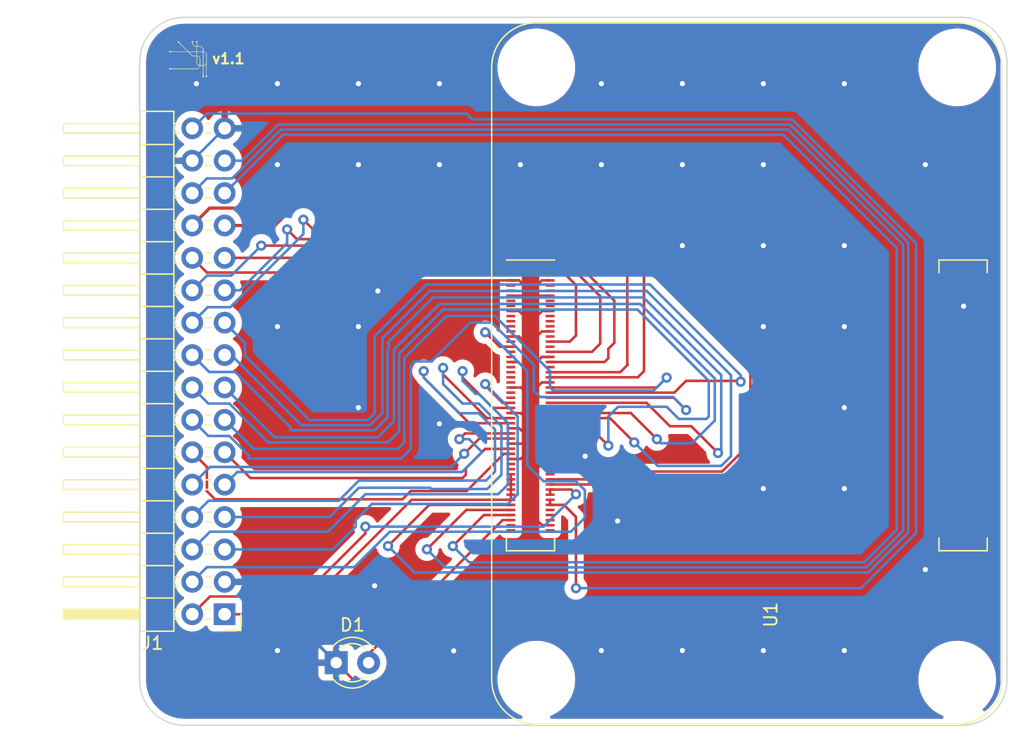
<source format=kicad_pcb>
(kicad_pcb (version 20211014) (generator pcbnew)
  (layers (0 "F.Cu" signal) (31 "B.Cu" signal) (34 "B.Paste" user) (35 "F.Paste" user) (36 "B.SilkS" user "B.Silkscreen") (37 "F.SilkS" user "F.Silkscreen") (38 "B.Mask" user) (39 "F.Mask" user) (44 "Edge.Cuts" user))
  (net 0 "")
  (net 3 "GND")
  (net 76 "Net-(U1-Pad95)")
  (net 78 "GPIO10")
  (net 80 "GPIO27")
  (net 81 "1.8V")
  (net 82 "GPIO4")
  (net 83 "5V")
  (net 84 "3.3V")
  (net 85 "SDA_0")
  (net 86 "SCL_0")
  (net 95 "SD_DAT2")
  (net 97 "SD_DAT1")
  (net 98 "GPIO2")
  (net 99 "SD_CLK")
  (net 100 "GPIO3")
  (net 101 "UART_TX")
  (net 102 "GPIO17")
  (net 103 "UART_RX")
  (net 104 "GPIO22")
  (net 105 "I2S_SCK")
  (net 106 "GPIO9")
  (net 108 "GPIO11")
  (net 110 "GPIO5")
  (net 112 "GPIO6")
  (net 114 "nRPIBOOT")
  (net 118 "BT_nDisable")
  (net 120 "WL_nDisable")
  (net 123 "I2S_SD")
  (net 124 "I2S_WS")
  (net 142 "SD_DAT3")
  (net 143 "SD_DAT0")
  (footprint "CM4:Raspberry-Pi-4-Compute-Module" (layer "F.Cu") (at 151.1 101.425)
    (fp_text reference "U1")
    (fp_text value "Compute_Module_4_Connectors")
  )
  (footprint "trylaarsdam:wcl_logo" (layer "F.Cu") (at 106.57 74.28)
    (fp_text reference "G***" hide)
    (fp_text value "LOGO" hide)
  )
  (footprint "LED_THT:LED_D3.0mm" (layer "F.Cu") (at 118.91 121.6)
    (fp_text reference "D1")
    (fp_text value "LED")
  )
  (footprint "Connector_PinHeader_2.54mm:PinHeader_2x16_P2.54mm_Horizontal" (layer "F.Cu") (at 110.161048 117.8 180)
    (fp_text reference "J1")
    (fp_text value "Conn_02x16_Counter_Clockwise")
  )
  (gr_line (start 168 71) (end 107 71) (layer "Edge.Cuts") (width 0.1))
  (gr_line (start 103.5 74.5) (end 103.5 123) (layer "Edge.Cuts") (width 0.1))
  (gr_line (start 171.5 123) (end 171.5 74.5) (layer "Edge.Cuts") (width 0.1))
  (gr_arc (start 103.5 74.5) (mid 104.525126 72.025126) (end 107 71) (layer "Edge.Cuts") (width 0.1))
  (gr_line (start 107 126.5) (end 168 126.5) (layer "Edge.Cuts") (width 0.1))
  (gr_arc (start 168 71) (mid 170.474874 72.025126) (end 171.5 74.5) (layer "Edge.Cuts") (width 0.1))
  (gr_arc (start 171.5 123) (mid 170.474874 125.474874) (end 168 126.5) (layer "Edge.Cuts") (width 0.1))
  (gr_arc (start 107 126.5) (mid 104.525126 125.474874) (end 103.5 123) (layer "Edge.Cuts") (width 0.1))
  (gr_text "v1.1" (at 110.46 74.25) (layer "F.SilkS") (effects (font (size 0.8 0.8) (thickness 0.175))))
  (segment (start 168.07 100.75) (end 168.07 102.27) (width 0.2) (layer "F.Cu") (net 3))
  (segment (start 134.821 101.625) (end 134.15 102.296) (width 0.2) (layer "F.Cu") (net 3))
  (segment (start 166.52 103.625) (end 167.545 103.625) (width 0.2) (layer "F.Cu") (net 3))
  (segment (start 133.403 100.025) (end 134.15 100.772) (width 0.2) (layer "F.Cu") (net 3))
  (segment (start 135.68 92.825) (end 134.731 92.825) (width 0.2) (layer "F.Cu") (net 3))
  (segment (start 135.68 103.225) (end 135.030978 103.225) (width 0.2) (layer "F.Cu") (net 3))
  (segment (start 168.375 94.025) (end 168.07 94.33) (width 0.2) (layer "F.Cu") (net 3))
  (segment (start 134.15 92.505978) (end 134.15 92.525978) (width 0.2) (layer "F.Cu") (net 3))
  (segment (start 166.52 106.025) (end 167.525 106.025) (width 0.2) (layer "F.Cu") (net 3))
  (segment (start 169.6 100.025) (end 168.795 100.025) (width 0.2) (layer "F.Cu") (net 3))
  (segment (start 169.6 97.625) (end 168.950978 97.625) (width 0.2) (layer "F.Cu") (net 3))
  (segment (start 167.365 107.225) (end 168.07 107.93) (width 0.2) (layer "F.Cu") (net 3))
  (segment (start 167.245 98.825) (end 168.07 99.65) (width 0.2) (layer "F.Cu") (net 3))
  (segment (start 169.6 92.825) (end 168.950978 92.825) (width 0.2) (layer "F.Cu") (net 3))
  (segment (start 168.950978 98.825) (end 168.125978 99.65) (width 0.2) (layer "F.Cu") (net 3))
  (segment (start 166.52 94.025) (end 167.765 94.025) (width 0.2) (layer "F.Cu") (net 3))
  (segment (start 124.206 123.19) (end 120.5 123.19) (width 0.2) (layer "F.Cu") (net 3))
  (segment (start 168.07 102.105978) (end 168.07 102.27) (width 0.2) (layer "F.Cu") (net 3))
  (segment (start 133.269022 103.225) (end 134.15 104.105978) (width 0.2) (layer "F.Cu") (net 3))
  (segment (start 135.055 94.025) (end 134.15 94.93) (width 0.2) (layer "F.Cu") (net 3))
  (segment (start 132.6 94.025) (end 133.245 94.025) (width 0.2) (layer "F.Cu") (net 3))
  (segment (start 168.07 95.61) (end 168.07 95.67) (width 0.2) (layer "F.Cu") (net 3))
  (segment (start 120.5 123.19) (end 118.91 121.6) (width 0.2) (layer "F.Cu") (net 3))
  (segment (start 167.695 104.825) (end 168.07 105.2) (width 0.2) (layer "F.Cu") (net 3))
  (segment (start 135.030978 99.625) (end 134.15 100.505978) (width 0.2) (layer "F.Cu") (net 3))
  (segment (start 134.15 109.916) (end 134.15 110.932) (width 0.2) (layer "F.Cu") (net 3))
  (segment (start 132.6 100.025) (end 133.403 100.025) (width 0.2) (layer "F.Cu") (net 3))
  (segment (start 169.6 103.625) (end 168.595 103.625) (width 0.2) (layer "F.Cu") (net 3))
  (segment (start 168.905 108.425) (end 168.07 109.26) (width 0.2) (layer "F.Cu") (net 3))
  (segment (start 167.575 96.425) (end 168.07 96.92) (width 0.2) (layer "F.Cu") (net 3))
  (segment (start 169.6 102.425) (end 168.565 102.425) (width 0.2) (layer "F.Cu") (net 3))
  (segment (start 133.371 102.025) (end 134.15 102.804) (width 0.2) (layer "F.Cu") (net 3))
  (segment (start 134.15 96.925978) (end 134.15 97.216) (width 0.2) (layer "F.Cu") (net 3))
  (segment (start 166.52 96.425) (end 167.575 96.425) (width 0.2) (layer "F.Cu") (net 3))
  (segment (start 134.15 92.525978) (end 133.249022 91.625) (width 0.2) (layer "F.Cu") (net 3))
  (segment (start 134.15 98.74) (end 134.15 98.994) (width 0.2) (layer "F.Cu") (net 3))
  (segment (start 166.52 104.825) (end 167.695 104.825) (width 0.2) (layer "F.Cu") (net 3))
  (segment (start 168.07 104.15) (end 168.07 105.2) (width 0.2) (layer "F.Cu") (net 3))
  (segment (start 133.896 111.186) (end 133.896 113.5) (width 0.2) (layer "F.Cu") (net 3))
  (segment (start 133.896 113.5) (end 124.206 123.19) (width 0.2) (layer "F.Cu") (net 3))
  (segment (start 133.569 92.825) (end 134.15 93.406) (width 0.2) (layer "F.Cu") (net 3))
  (segment (start 133.245 94.025) (end 134.15 94.93) (width 0.2) (layer "F.Cu") (net 3))
  (segment (start 168.445 104.825) (end 168.07 105.2) (width 0.2) (layer "F.Cu") (net 3))
  (segment (start 169.6 104.825) (end 168.445 104.825) (width 0.2) (layer "F.Cu") (net 3))
  (segment (start 168.07 109.924022) (end 168.970978 110.825) (width 0.2) (layer "F.Cu") (net 3))
  (segment (start 168.07 98.55) (end 168.07 99.65) (width 0.2) (layer "F.Cu") (net 3))
  (segment (start 169.6 94.025) (end 168.375 94.025) (width 0.2) (layer "F.Cu") (net 3))
  (segment (start 134.731 92.825) (end 134.15 93.406) (width 0.2) (layer "F.Cu") (net 3))
  (segment (start 132.6 103.225) (end 133.269022 103.225) (width 0.2) (layer "F.Cu") (net 3))
  (segment (start 168.07 94.33) (end 168.07 95.61) (width 0.2) (layer "F.Cu") (net 3))
  (segment (start 132.6 105.625) (end 133.361 105.625) (width 0.2) (layer "F.Cu") (net 3))
  (segment (start 133.249022 91.625) (end 123.005 91.625) (width 0.2) (layer "F.Cu") (net 3))
  (segment (start 132.6 96.025) (end 133.249022 96.025) (width 0.2) (layer "F.Cu") (net 3))
  (segment (start 168.07 99.65) (end 168.07 100.75) (width 0.2) (layer "F.Cu") (net 3))
  (segment (start 168.615 106.025) (end 168.07 106.57) (width 0.2) (layer "F.Cu") (net 3))
  (segment (start 168.795 100.025) (end 168.07 100.75) (width 0.2) (layer "F.Cu") (net 3))
  (segment (start 166.52 107.225) (end 167.365 107.225) (width 0.2) (layer "F.Cu") (net 3))
  (segment (start 168.07 98.15) (end 168.07 98.55) (width 0.2) (layer "F.Cu") (net 3))
  (segment (start 166.52 97.625) (end 167.545 97.625) (width 0.2) (layer "F.Cu") (net 3))
  (segment (start 134.15 98.994) (end 134.15 100.772) (width 0.2) (layer "F.Cu") (net 3))
  (segment (start 134.15 94.93) (end 134.15 96.454) (width 0.2) (layer "F.Cu") (net 3))
  (segment (start 166.52 95.225) (end 167.685 95.225) (width 0.2) (layer "F.Cu") (net 3))
  (segment (start 135.68 101.625) (end 134.821 101.625) (width 0.2) (layer "F.Cu") (net 3))
  (segment (start 168.07 93.705978) (end 168.07 93.725978) (width 0.2) (layer "F.Cu") (net 3))
  (segment (start 135.68 97.625) (end 135.030978 97.625) (width 0.2) (layer "F.Cu") (net 3))
  (segment (start 133.181 98.025) (end 134.15 98.994) (width 0.2) (layer "F.Cu") (net 3))
  (segment (start 135.68 94.025) (end 135.055 94.025) (width 0.2) (layer "F.Cu") (net 3))
  (segment (start 168.1 93.65) (end 168.07 93.705978) (width 0.2) (layer "F.Cu") (net 3))
  (segment (start 133.896 111.186) (end 134.15 110.932) (width 0.2) (layer "F.Cu") (net 3))
  (segment (start 168.565 96.425) (end 168.07 96.92) (width 0.2) (layer "F.Cu") (net 3))
  (segment (start 167.770978 109.625) (end 168.07 109.924022) (width 0.2) (layer "F.Cu") (net 3))
  (segment (start 135.68 104.425) (end 135.030978 104.425) (width 0.2) (layer "F.Cu") (net 3))
  (segment (start 167.765 94.025) (end 168.07 94.33) (width 0.2) (layer "F.Cu") (net 3))
  (segment (start 168.775 107.225) (end 168.07 107.93) (width 0.2) (layer "F.Cu") (net 3))
  (segment (start 135.030978 106.025) (end 134.15 106.905978) (width 0.2) (layer "F.Cu") (net 3))
  (segment (start 168.595 103.625) (end 168.07 104.15) (width 0.2) (layer "F.Cu") (net 3))
  (segment (start 167.169022 92.825) (end 168.07 93.725978) (width 0.2) (layer "F.Cu") (net 3))
  (segment (start 134.15 100.772) (end 134.15 102.296) (width 0.2) (layer "F.Cu") (net 3))
  (segment (start 134.15 107.122) (end 134.15 109.916) (width 0.2) (layer "F.Cu") (net 3))
  (segment (start 167.685 95.225) (end 168.07 95.61) (width 0.2) (layer "F.Cu") (net 3))
  (segment (start 135.68 91.625) (end 135.030978 91.625) (width 0.2) (layer "F.Cu") (net 3))
  (segment (start 167.169022 110.825) (end 166.52 110.825) (width 0.2) (layer "F.Cu") (net 3))
  (segment (start 168.004022 109.26) (end 168.07 109.26) (width 0.2) (layer "F.Cu") (net 3))
  (segment (start 134.15 92.525978) (end 134.15 93.406) (width 0.2) (layer "F.Cu") (net 3))
  (segment (start 135.68 99.625) (end 135.030978 99.625) (width 0.2) (layer "F.Cu") (net 3))
  (segment (start 169.6 101.225) (end 168.950978 101.225) (width 0.2) (layer "F.Cu") (net 3))
  (segment (start 168.07 107.93) (end 168.07 109.26) (width 0.2) (layer "F.Cu") (net 3))
  (segment (start 167.545 97.625) (end 168.07 98.15) (width 0.2) (layer "F.Cu") (net 3))
  (segment (start 168.07 109.26) (end 168.07 109.924022) (width 0.2) (layer "F.Cu") (net 3))
  (segment (start 134.15 106.905978) (end 134.15 107.122) (width 0.2) (layer "F.Cu") (net 3))
  (segment (start 135.030978 103.225) (end 134.15 104.105978) (width 0.2) (layer "F.Cu") (net 3))
  (segment (start 133.249022 96.025) (end 134.15 96.925978) (width 0.2) (layer "F.Cu") (net 3))
  (segment (start 167.575 102.425) (end 168.07 102.92) (width 0.2) (layer "F.Cu") (net 3))
  (segment (start 135.030978 91.625) (end 134.15 92.505978) (width 0.2) (layer "F.Cu") (net 3))
  (segment (start 168.970978 110.825) (end 169.6 110.825) (width 0.2) (layer "F.Cu") (net 3))
  (segment (start 132.6 98.025) (end 133.181 98.025) (width 0.2) (layer "F.Cu") (net 3))
  (segment (start 169.6 107.225) (end 168.775 107.225) (width 0.2) (layer "F.Cu") (net 3))
  (segment (start 168.07 109.924022) (end 167.169022 110.825) (width 0.2) (layer "F.Cu") (net 3))
  (segment (start 135.030978 95.625) (end 134.201978 96.454) (width 0.2) (layer "F.Cu") (net 3))
  (segment (start 168.515 95.225) (end 168.07 95.67) (width 0.2) (layer "F.Cu") (net 3))
  (segment (start 135.68 106.025) (end 135.030978 106.025) (width 0.2) (layer "F.Cu") (net 3))
  (segment (start 167.545 103.625) (end 168.07 104.15) (width 0.2) (layer "F.Cu") (net 3))
  (segment (start 168.950978 101.225) (end 168.07 102.105978) (width 0.2) (layer "F.Cu") (net 3))
  (segment (start 169.6 96.425) (end 168.565 96.425) (width 0.2) (layer "F.Cu") (net 3))
  (segment (start 168.125978 99.65) (end 168.07 99.65) (width 0.2) (layer "F.Cu") (net 3))
  (segment (start 166.52 92.825) (end 167.169022 92.825) (width 0.2) (layer "F.Cu") (net 3))
  (segment (start 169.6 98.825) (end 168.950978 98.825) (width 0.2) (layer "F.Cu") (net 3))
  (segment (start 169.6 95.225) (end 168.515 95.225) (width 0.2) (layer "F.Cu") (net 3))
  (segment (start 134.15 98.505978) (end 134.15 98.74) (width 0.2) (layer "F.Cu") (net 3))
  (segment (start 134.15 96.454) (end 134.15 97.216) (width 0.2) (layer "F.Cu") (net 3))
  (segment (start 169.6 108.425) (end 168.905 108.425) (width 0.2) (layer "F.Cu") (net 3))
  (segment (start 168.950978 92.825) (end 168.1 93.65) (width 0.2) (layer "F.Cu") (net 3))
  (segment (start 135.030978 104.425) (end 134.15 105.305978) (width 0.2) (layer "F.Cu") (net 3))
  (segment (start 133.361 105.625) (end 134.15 104.836) (width 0.2) (layer "F.Cu") (net 3))
  (segment (start 135.059 110.825) (end 135.68 110.825) (width 0.2) (layer "F.Cu") (net 3))
  (segment (start 133.739 104.425) (end 134.15 104.836) (width 0.2) (layer "F.Cu") (net 3))
  (segment (start 123.005 91.625) (end 122.174 92.456) (width 0.2) (layer "F.Cu") (net 3))
  (segment (start 135.030978 97.625) (end 134.15 98.505978) (width 0.2) (layer "F.Cu") (net 3))
  (segment (start 168.07 105.2) (end 168.07 106.57) (width 0.2) (layer "F.Cu") (net 3))
  (segment (start 169.6 106.025) (end 168.615 106.025) (width 0.2) (layer "F.Cu") (net 3))
  (segment (start 134.15 104.836) (end 134.15 107.122) (width 0.2) (layer "F.Cu") (net 3))
  (segment (start 134.15 102.804) (end 134.15 104.836) (width 0.2) (layer "F.Cu") (net 3))
  (segment (start 166.52 109.625) (end 167.770978 109.625) (width 0.2) (layer "F.Cu") (net 3))
  (segment (start 167.169022 108.425) (end 168.004022 109.26) (width 0.2) (layer "F.Cu") (net 3))
  (segment (start 132.6 102.025) (end 133.371 102.025) (width 0.2) (layer "F.Cu") (net 3))
  (segment (start 168.07 102.27) (end 168.07 102.92) (width 0.2) (layer "F.Cu") (net 3))
  (segment (start 134.15 102.296) (end 134.15 102.804) (width 0.2) (layer "F.Cu") (net 3))
  (segment (start 168.07 98.505978) (end 168.07 98.55) (width 0.2) (layer "F.Cu") (net 3))
  (segment (start 169.6 109.625) (end 168.369022 109.625) (width 0.2) (layer "F.Cu") (net 3))
  (segment (start 168.07 96.92) (end 168.07 98.15) (width 0.2) (layer "F.Cu") (net 3))
  (segment (start 134.201978 96.454) (end 134.15 96.454) (width 0.2) (layer "F.Cu") (net 3))
  (segment (start 132.6 104.425) (end 133.739 104.425) (width 0.2) (layer "F.Cu") (net 3))
  (segment (start 168.369022 109.625) (end 168.07 109.924022) (width 0.2) (layer "F.Cu") (net 3))
  (segment (start 132.6 92.825) (end 133.569 92.825) (width 0.2) (layer "F.Cu") (net 3))
  (segment (start 168.07 93.725978) (end 168.07 94.33) (width 0.2) (layer "F.Cu") (net 3))
  (segment (start 134.15 100.505978) (end 134.15 100.772) (width 0.2) (layer "F.Cu") (net 3))
  (segment (start 166.52 98.825) (end 167.245 98.825) (width 0.2) (layer "F.Cu") (net 3))
  (segment (start 134.15 109.916) (end 135.059 110.825) (width 0.2) (layer "F.Cu") (net 3))
  (segment (start 167.525 106.025) (end 168.07 106.57) (width 0.2) (layer "F.Cu") (net 3))
  (segment (start 168.565 102.425) (end 168.07 102.92) (width 0.2) (layer "F.Cu") (net 3))
  (segment (start 168.07 102.92) (end 168.07 104.15) (width 0.2) (layer "F.Cu") (net 3))
  (segment (start 135.68 95.625) (end 135.030978 95.625) (width 0.2) (layer "F.Cu") (net 3))
  (segment (start 168.07 95.67) (end 168.07 96.92) (width 0.2) (layer "F.Cu") (net 3))
  (segment (start 134.15 93.406) (end 134.15 94.93) (width 0.2) (layer "F.Cu") (net 3))
  (segment (start 134.15 97.216) (end 134.15 98.74) (width 0.2) (layer "F.Cu") (net 3))
  (segment (start 168.07 106.57) (end 168.07 107.93) (width 0.2) (layer "F.Cu") (net 3))
  (segment (start 134.15 104.105978) (end 134.15 104.328) (width 0.2) (layer "F.Cu") (net 3))
  (segment (start 166.52 102.425) (end 167.575 102.425) (width 0.2) (layer "F.Cu") (net 3))
  (segment (start 166.52 108.425) (end 167.169022 108.425) (width 0.2) (layer "F.Cu") (net 3))
  (segment (start 133.249022 91.625) (end 132.6 91.625) (width 0.2) (layer "F.Cu") (net 3))
  (segment (start 168.950978 97.625) (end 168.07 98.505978) (width 0.2) (layer "F.Cu") (net 3))
  (via (at 152.4 107.95) (size 0.8) (drill 0.4) (layers "F.Cu" "B.Cu") (net 3))
  (via (at 127 102.87) (size 0.8) (drill 0.4) (layers "F.Cu" "B.Cu") (net 3))
  (via (at 114.3 95.25) (size 0.8) (drill 0.4) (layers "F.Cu" "B.Cu") (net 3))
  (via (at 114.3 82.55) (size 0.8) (drill 0.4) (layers "F.Cu" "B.Cu") (net 3))
  (via (at 168.1 93.65) (size 0.8) (drill 0.4) (layers "F.Cu" "B.Cu") (net 3))
  (via (at 114.3 76.2) (size 0.8) (drill 0.4) (layers "F.Cu" "B.Cu") (net 3))
  (via (at 120.65 82.55) (size 0.8) (drill 0.4) (layers "F.Cu" "B.Cu") (net 3))
  (via (at 158.75 107.95) (size 0.8) (drill 0.4) (layers "F.Cu" "B.Cu") (net 3))
  (via (at 127 82.55) (size 0.8) (drill 0.4) (layers "F.Cu" "B.Cu") (net 3))
  (via (at 152.4 120.65) (size 0.8) (drill 0.4) (layers "F.Cu" "B.Cu") (net 3))
  (via (at 138.43 105.41) (size 0.8) (drill 0.4) (layers "F.Cu" "B.Cu") (net 3))
  (via (at 120.65 101.6) (size 0.8) (drill 0.4) (layers "F.Cu" "B.Cu") (net 3))
  (via (at 146.05 76.2) (size 0.8) (drill 0.4) (layers "F.Cu" "B.Cu") (net 3))
  (via (at 139.7 76.2) (size 0.8) (drill 0.4) (layers "F.Cu" "B.Cu") (net 3))
  (via (at 152.4 95.25) (size 0.8) (drill 0.4) (layers "F.Cu" "B.Cu") (net 3))
  (via (at 158.75 88.9) (size 0.8) (drill 0.4) (layers "F.Cu" "B.Cu") (net 3))
  (via (at 152.4 76.2) (size 0.8) (drill 0.4) (layers "F.Cu" "B.Cu") (net 3))
  (via (at 165.1 82.55) (size 0.8) (drill 0.4) (layers "F.Cu" "B.Cu") (net 3))
  (via (at 121.92 115.57) (size 0.8) (drill 0.4) (layers "F.Cu" "B.Cu") (net 3))
  (via (at 146.05 120.65) (size 0.8) (drill 0.4) (layers "F.Cu" "B.Cu") (net 3))
  (via (at 165.1 114.3) (size 0.8) (drill 0.4) (layers "F.Cu" "B.Cu") (net 3))
  (via (at 122.174 92.456) (size 0.8) (drill 0.4) (layers "F.Cu" "B.Cu") (net 3))
  (via (at 127 76.2) (size 0.8) (drill 0.4) (layers "F.Cu" "B.Cu") (net 3))
  (via (at 152.4 88.9) (size 0.8) (drill 0.4) (layers "F.Cu" "B.Cu") (net 3))
  (via (at 140.97 110.49) (size 0.8) (drill 0.4) (layers "F.Cu" "B.Cu") (net 3))
  (via (at 158.75 76.2) (size 0.8) (drill 0.4) (layers "F.Cu" "B.Cu") (net 3))
  (via (at 120.65 95.25) (size 0.8) (drill 0.4) (layers "F.Cu" "B.Cu") (net 3))
  (via (at 158.75 95.25) (size 0.8) (drill 0.4) (layers "F.Cu" "B.Cu") (net 3))
  (via (at 152.4 82.55) (size 0.8) (drill 0.4) (layers "F.Cu" "B.Cu") (net 3))
  (via (at 107.95 76.2) (size 0.8) (drill 0.4) (layers "F.Cu" "B.Cu") (net 3))
  (via (at 158.75 101.6) (size 0.8) (drill 0.4) (layers "F.Cu" "B.Cu") (net 3))
  (via (at 146.05 88.9) (size 0.8) (drill 0.4) (layers "F.Cu" "B.Cu") (net 3))
  (via (at 139.7 82.55) (size 0.8) (drill 0.4) (layers "F.Cu" "B.Cu") (net 3))
  (via (at 158.75 120.65) (size 0.8) (drill 0.4) (layers "F.Cu" "B.Cu") (net 3))
  (via (at 120.65 76.2) (size 0.8) (drill 0.4) (layers "F.Cu" "B.Cu") (net 3))
  (via (at 128.12 120.67) (size 0.8) (drill 0.4) (layers "F.Cu" "B.Cu") (net 3))
  (via (at 133.35 82.55) (size 0.8) (drill 0.4) (layers "F.Cu" "B.Cu") (net 3))
  (via (at 146.05 82.55) (size 0.8) (drill 0.4) (layers "F.Cu" "B.Cu") (net 3))
  (via (at 139.7 120.65) (size 0.8) (drill 0.4) (layers "F.Cu" "B.Cu") (net 3))
  (via (at 114.3 120.65) (size 0.8) (drill 0.4) (layers "F.Cu" "B.Cu") (net 3))
  (segment (start 107.621048 82.24) (end 110.161048 79.7) (width 0.2) (layer "B.Cu") (net 3))
  (segment (start 110.161048 115.26) (end 112.57 115.26) (width 0.25) (layer "B.Cu") (net 3))
  (segment (start 112.57 115.26) (end 118.91 121.6) (width 0.25) (layer "B.Cu") (net 3))
  (segment (start 121.45 120.925978) (end 121.45 121.6) (width 0.2) (layer "F.Cu") (net 76))
  (segment (start 132.6 110.425) (end 131.950978 110.425) (width 0.2) (layer "F.Cu") (net 76))
  (segment (start 131.950978 110.425) (end 121.45 120.925978) (width 0.2) (layer "F.Cu") (net 76))
  (segment (start 135.68 100.025) (end 144.041 100.025) (width 0.2) (layer "F.Cu") (net 78))
  (segment (start 144.041 100.025) (end 144.818 99.248) (width 0.2) (layer "F.Cu") (net 78))
  (via (at 144.818 99.248) (size 0.8) (drill 0.4) (layers "F.Cu" "B.Cu") (net 78))
  (segment (start 124.244 104.328) (end 124.244 97.724) (width 0.2) (layer "B.Cu") (net 78))
  (segment (start 131.356 94.422) (end 135.674 98.74) (width 0.2) (layer "B.Cu") (net 78))
  (segment (start 135.928 100.264) (end 143.802 100.264) (width 0.2) (layer "B.Cu") (net 78))
  (segment (start 127.546 94.422) (end 131.356 94.422) (width 0.2) (layer "B.Cu") (net 78))
  (segment (start 112.437048 104.836) (end 123.736 104.836) (width 0.2) (layer "B.Cu") (net 78))
  (segment (start 110.161048 102.56) (end 112.437048 104.836) (width 0.2) (layer "B.Cu") (net 78))
  (segment (start 135.674 98.74) (end 135.674 100.01) (width 0.2) (layer "B.Cu") (net 78))
  (segment (start 124.244 97.724) (end 127.546 94.422) (width 0.2) (layer "B.Cu") (net 78))
  (segment (start 143.802 100.264) (end 144.818 99.248) (width 0.2) (layer "B.Cu") (net 78))
  (segment (start 135.674 100.01) (end 135.928 100.264) (width 0.2) (layer "B.Cu") (net 78))
  (segment (start 123.736 104.836) (end 124.244 104.328) (width 0.2) (layer "B.Cu") (net 78))
  (segment (start 145.379 100.825) (end 146.342 101.788) (width 0.2) (layer "F.Cu") (net 80))
  (segment (start 135.68 100.825) (end 145.379 100.825) (width 0.2) (layer "F.Cu") (net 80))
  (via (at 146.342 101.788) (size 0.8) (drill 0.4) (layers "F.Cu" "B.Cu") (net 80))
  (segment (start 123.99 105.598) (end 124.752 104.836) (width 0.2) (layer "B.Cu") (net 80))
  (segment (start 134.404 100.264) (end 134.912 100.772) (width 0.2) (layer "B.Cu") (net 80))
  (segment (start 112.052 105.344) (end 112.052 105.598) (width 0.2) (layer "B.Cu") (net 80))
  (segment (start 107.621048 102.56) (end 108.881048 103.82) (width 0.2) (layer "B.Cu") (net 80))
  (segment (start 110.528 103.82) (end 112.052 105.344) (width 0.2) (layer "B.Cu") (net 80))
  (segment (start 131.102 94.93) (end 134.404 98.232) (width 0.2) (layer "B.Cu") (net 80))
  (segment (start 126.374237 97.978) (end 129.422237 94.93) (width 0.2) (layer "B.Cu") (net 80))
  (segment (start 124.752 104.836) (end 124.752 98.232) (width 0.2) (layer "B.Cu") (net 80))
  (segment (start 145.326 100.772) (end 146.342 101.788) (width 0.2) (layer "B.Cu") (net 80))
  (segment (start 124.752 98.232) (end 125.006 97.978) (width 0.2) (layer "B.Cu") (net 80))
  (segment (start 125.006 97.978) (end 126.374237 97.978) (width 0.2) (layer "B.Cu") (net 80))
  (segment (start 108.881048 103.82) (end 110.528 103.82) (width 0.2) (layer "B.Cu") (net 80))
  (segment (start 112.052 105.598) (end 123.99 105.598) (width 0.2) (layer "B.Cu") (net 80))
  (segment (start 129.422237 94.93) (end 131.102 94.93) (width 0.2) (layer "B.Cu") (net 80))
  (segment (start 134.404 98.232) (end 134.404 100.264) (width 0.2) (layer "B.Cu") (net 80))
  (segment (start 134.912 100.772) (end 145.326 100.772) (width 0.2) (layer "B.Cu") (net 80))
  (segment (start 137.706 110.17) (end 137.579 110.043) (width 0.2) (layer "F.Cu") (net 81))
  (segment (start 135.68 109.225) (end 136.761 109.225) (width 0.2) (layer "F.Cu") (net 81))
  (segment (start 137.706 115.758) (end 137.706 110.17) (width 0.2) (layer "F.Cu") (net 81))
  (segment (start 135.68 108.825) (end 135.68 109.225) (width 0.2) (layer "F.Cu") (net 81))
  (segment (start 136.761 109.225) (end 137.579 110.043) (width 0.2) (layer "F.Cu") (net 81))
  (via (at 137.706 115.758) (size 0.8) (drill 0.4) (layers "F.Cu" "B.Cu") (net 81))
  (segment (start 164.376 111.44) (end 160.058 115.758) (width 0.2) (layer "B.Cu") (net 81))
  (segment (start 108.770559 78.550489) (end 129.129049 78.550489) (width 0.2) (layer "B.Cu") (net 81))
  (segment (start 160.058 115.758) (end 137.706 115.758) (width 0.2) (layer "B.Cu") (net 81))
  (segment (start 129.129049 78.550489) (end 129.578 78.99944) (width 0.2) (layer "B.Cu") (net 81))
  (segment (start 129.578 78.99944) (end 154.655452 78.99944) (width 0.2) (layer "B.Cu") (net 81))
  (segment (start 107.621048 79.7) (end 108.770559 78.550489) (width 0.2) (layer "B.Cu") (net 81))
  (segment (start 164.376 88.719988) (end 164.376 111.44) (width 0.2) (layer "B.Cu") (net 81))
  (segment (start 154.655452 78.99944) (end 164.376 88.719988) (width 0.2) (layer "B.Cu") (net 81))
  (segment (start 135.68 102.025) (end 142.007 102.025) (width 0.2) (layer "F.Cu") (net 82))
  (segment (start 142.007 102.025) (end 144.056 104.074) (width 0.2) (layer "F.Cu") (net 82))
  (via (at 144.056 104.074) (size 0.8) (drill 0.4) (layers "F.Cu" "B.Cu") (net 82))
  (segment (start 146.812 104.394) (end 144.376 104.394) (width 0.2) (layer "B.Cu") (net 82))
  (segment (start 144.376 104.394) (end 144.056 104.074) (width 0.2) (layer "B.Cu") (net 82))
  (segment (start 127 93.472) (end 142.748 93.472) (width 0.2) (layer "B.Cu") (net 82))
  (segment (start 122.174 103.92848) (end 123.444 102.65848) (width 0.2) (layer "B.Cu") (net 82))
  (segment (start 148.59 99.314) (end 148.59 102.616) (width 0.2) (layer "B.Cu") (net 82))
  (segment (start 110.161048 100.02) (end 114.027048 103.886) (width 0.2) (layer "B.Cu") (net 82))
  (segment (start 114.046 103.886) (end 114.08848 103.92848) (width 0.2) (layer "B.Cu") (net 82))
  (segment (start 123.444 97.028) (end 127 93.472) (width 0.2) (layer "B.Cu") (net 82))
  (segment (start 148.59 102.616) (end 146.812 104.394) (width 0.2) (layer "B.Cu") (net 82))
  (segment (start 114.08848 103.92848) (end 122.174 103.92848) (width 0.2) (layer "B.Cu") (net 82))
  (segment (start 142.748 93.472) (end 148.59 99.314) (width 0.2) (layer "B.Cu") (net 82))
  (segment (start 114.027048 103.886) (end 114.046 103.886) (width 0.2) (layer "B.Cu") (net 82))
  (segment (start 123.444 102.65848) (end 123.444 97.028) (width 0.2) (layer "B.Cu") (net 82))
  (segment (start 123.736 109.916) (end 115.852 117.8) (width 0.2) (layer "F.Cu") (net 83))
  (segment (start 132.626 107.251) (end 132.6 107.225) (width 0.2) (layer "F.Cu") (net 83))
  (segment (start 132.6 108.825) (end 124.827 108.825) (width 0.2) (layer "F.Cu") (net 83))
  (segment (start 115.852 117.8) (end 110.161048 117.8) (width 0.2) (layer "F.Cu") (net 83))
  (segment (start 132.6 108.425) (end 132.6 108.025) (width 0.2) (layer "F.Cu") (net 83))
  (segment (start 132.6 107.625) (end 132.6 108.025) (width 0.2) (layer "F.Cu") (net 83))
  (segment (start 132.626 107.376) (end 132.626 107.251) (width 0.2) (layer "F.Cu") (net 83))
  (segment (start 132.6 107.625) (end 132.6 107.402) (width 0.2) (layer "F.Cu") (net 83))
  (segment (start 132.6 106.825) (end 132.6 107.225) (width 0.2) (layer "F.Cu") (net 83))
  (segment (start 132.6 108.425) (end 132.6 108.825) (width 0.2) (layer "F.Cu") (net 83))
  (segment (start 124.827 108.825) (end 123.736 109.916) (width 0.2) (layer "F.Cu") (net 83))
  (segment (start 132.6 107.402) (end 132.626 107.376) (width 0.2) (layer "F.Cu") (net 83))
  (segment (start 135.68 108.425) (end 135.68 108.025) (width 0.2) (layer "F.Cu") (net 84))
  (segment (start 117.611497 115.051244) (end 121.196 111.466741) (width 0.2) (layer "F.Cu") (net 84))
  (segment (start 116.677483 116.409511) (end 117.611497 115.475497) (width 0.2) (layer "F.Cu") (net 84))
  (segment (start 107.621048 117.8) (end 109.011537 116.409511) (width 0.2) (layer "F.Cu") (net 84))
  (segment (start 109.011537 116.409511) (end 116.677483 116.409511) (width 0.2) (layer "F.Cu") (net 84))
  (segment (start 135.68 108.025) (end 137.339 108.025) (width 0.2) (layer "F.Cu") (net 84))
  (segment (start 121.196 111.466741) (end 121.196 110.932) (width 0.2) (layer "F.Cu") (net 84))
  (segment (start 137.339 108.025) (end 137.706 108.392) (width 0.2) (layer "F.Cu") (net 84))
  (segment (start 117.611497 115.475497) (end 117.611497 115.051244) (width 0.2) (layer "F.Cu") (net 84))
  (via (at 137.706 108.392) (size 0.8) (drill 0.4) (layers "F.Cu" "B.Cu") (net 84))
  (via (at 121.196 110.932) (size 0.8) (drill 0.4) (layers "F.Cu" "B.Cu") (net 84))
  (segment (start 135.166 110.932) (end 137.706 108.392) (width 0.2) (layer "B.Cu") (net 84))
  (segment (start 121.196 110.932) (end 135.166 110.932) (width 0.2) (layer "B.Cu") (net 84))
  (segment (start 114.046 85.344) (end 119.634 85.344) (width 0.25) (layer "F.Cu") (net 85))
  (segment (start 107.621048 87.32) (end 108.986537 85.954511) (width 0.25) (layer "F.Cu") (net 85))
  (segment (start 113.435489 85.954511) (end 114.046 85.344) (width 0.25) (layer "F.Cu") (net 85))
  (segment (start 139.849367 86.36) (end 151.892 98.402633) (width 0.25) (layer "F.Cu") (net 85))
  (segment (start 148.656 108.138) (end 139.992 108.138) (width 0.25) (layer "F.Cu") (net 85))
  (segment (start 151.892 104.902) (end 148.656 108.138) (width 0.25) (layer "F.Cu") (net 85))
  (segment (start 139.479 107.625) (end 139.992 108.138) (width 0.2) (layer "F.Cu") (net 85))
  (segment (start 151.892 98.402633) (end 151.892 104.902) (width 0.25) (layer "F.Cu") (net 85))
  (segment (start 135.68 107.625) (end 139.479 107.625) (width 0.2) (layer "F.Cu") (net 85))
  (segment (start 108.986537 85.954511) (end 113.435489 85.954511) (width 0.25) (layer "F.Cu") (net 85))
  (segment (start 120.65 86.36) (end 139.849367 86.36) (width 0.25) (layer "F.Cu") (net 85))
  (segment (start 119.634 85.344) (end 120.65 86.36) (width 0.25) (layer "F.Cu") (net 85))
  (segment (start 110.161048 87.32) (end 114.102 87.32) (width 0.25) (layer "F.Cu") (net 86))
  (segment (start 135.68 107.225) (end 140.143 107.225) (width 0.2) (layer "F.Cu") (net 86))
  (segment (start 114.935 86.233) (end 114.935 86.487) (width 0.2) (layer "F.Cu") (net 86))
  (segment (start 151.384 104.394) (end 151.384 98.806) (width 0.2) (layer "F.Cu") (net 86))
  (segment (start 140.011006 87.122) (end 118.618 87.122) (width 0.2) (layer "F.Cu") (net 86))
  (segment (start 144.018 91.44) (end 144.018 91.128994) (width 0.2) (layer "F.Cu") (net 86))
  (segment (start 149.164 106.614) (end 151.384 104.394) (width 0.2) (layer "F.Cu") (net 86))
  (segment (start 140.143 107.225) (end 140.754 106.614) (width 0.2) (layer "F.Cu") (net 86))
  (segment (start 140.754 106.614) (end 149.164 106.614) (width 0.2) (layer "F.Cu") (net 86))
  (segment (start 115.316 85.852) (end 114.935 86.233) (width 0.2) (layer "F.Cu") (net 86))
  (segment (start 151.384 98.806) (end 144.018 91.44) (width 0.2) (layer "F.Cu") (net 86))
  (segment (start 114.102 87.32) (end 114.935 86.487) (width 0.25) (layer "F.Cu") (net 86))
  (segment (start 114.935 86.487) (end 115.062 86.36) (width 0.25) (layer "F.Cu") (net 86))
  (segment (start 144.018 91.128994) (end 140.011006 87.122) (width 0.2) (layer "F.Cu") (net 86))
  (segment (start 118.618 87.122) (end 117.348 85.852) (width 0.2) (layer "F.Cu") (net 86))
  (segment (start 117.348 85.852) (end 115.316 85.852) (width 0.2) (layer "F.Cu") (net 86))
  (segment (start 108.770559 106.249511) (end 108.770559 108.117441) (width 0.2) (layer "F.Cu") (net 95))
  (segment (start 108.75 108.138) (end 109.401511 108.789511) (width 0.2) (layer "F.Cu") (net 95))
  (segment (start 107.621048 105.1) (end 108.770559 106.249511) (width 0.2) (layer "F.Cu") (net 95))
  (segment (start 124.100489 108.789511) (end 124.752 108.138) (width 0.2) (layer "F.Cu") (net 95))
  (segment (start 124.752 108.138) (end 129.137 108.138) (width 0.2) (layer "F.Cu") (net 95))
  (segment (start 109.401511 108.789511) (end 124.100489 108.789511) (width 0.2) (layer "F.Cu") (net 95))
  (segment (start 108.770559 108.117441) (end 108.75 108.138) (width 0.2) (layer "F.Cu") (net 95))
  (segment (start 132.05 105.225) (end 132.6 105.225) (width 0.2) (layer "F.Cu") (net 95))
  (segment (start 129.137 108.138) (end 132.05 105.225) (width 0.2) (layer "F.Cu") (net 95))
  (segment (start 130.594 104.836) (end 129.07 106.36) (width 0.2) (layer "F.Cu") (net 97))
  (segment (start 131.939978 104.836) (end 130.594 104.836) (width 0.2) (layer "F.Cu") (net 97))
  (segment (start 129.07 106.868) (end 128.816 107.122) (width 0.2) (layer "F.Cu") (net 97))
  (segment (start 131.950978 104.825) (end 131.939978 104.836) (width 0.2) (layer "F.Cu") (net 97))
  (segment (start 132.6 104.825) (end 131.950978 104.825) (width 0.2) (layer "F.Cu") (net 97))
  (segment (start 112.183048 107.122) (end 110.161048 105.1) (width 0.2) (layer "F.Cu") (net 97))
  (segment (start 128.816 107.122) (end 112.183048 107.122) (width 0.2) (layer "F.Cu") (net 97))
  (segment (start 129.07 106.36) (end 129.07 106.868) (width 0.2) (layer "F.Cu") (net 97))
  (segment (start 138.489 102.825) (end 140.246 104.582) (width 0.2) (layer "F.Cu") (net 98))
  (segment (start 135.68 102.825) (end 138.489 102.825) (width 0.2) (layer "F.Cu") (net 98))
  (via (at 140.246 104.582) (size 0.8) (drill 0.4) (layers "F.Cu" "B.Cu") (net 98))
  (segment (start 113.576 104.328) (end 122.974 104.328) (width 0.2) (layer "B.Cu") (net 98))
  (segment (start 108.881048 101.28) (end 110.528 101.28) (width 0.2) (layer "B.Cu") (net 98))
  (segment (start 147.928489 102.487511) (end 145.771511 102.487511) (width 0.2) (layer "B.Cu") (net 98))
  (segment (start 145.771511 102.487511) (end 144.818 101.534) (width 0.2) (layer "B.Cu") (net 98))
  (segment (start 110.528 101.28) (end 113.576 104.328) (width 0.2) (layer "B.Cu") (net 98))
  (segment (start 123.84448 103.45752) (end 123.84448 97.36152) (width 0.2) (layer "B.Cu") (net 98))
  (segment (start 122.974 104.328) (end 123.84448 103.45752) (width 0.2) (layer "B.Cu") (net 98))
  (segment (start 107.621048 100.02) (end 108.881048 101.28) (width 0.2) (layer "B.Cu") (net 98))
  (segment (start 148.12 99.502) (end 148.12 102.296) (width 0.2) (layer "B.Cu") (net 98))
  (segment (start 144.818 101.534) (end 141.008 101.534) (width 0.2) (layer "B.Cu") (net 98))
  (segment (start 140.246 102.296) (end 140.246 104.582) (width 0.2) (layer "B.Cu") (net 98))
  (segment (start 141.008 101.534) (end 140.246 102.296) (width 0.2) (layer "B.Cu") (net 98))
  (segment (start 127.292 93.914) (end 142.532 93.914) (width 0.2) (layer "B.Cu") (net 98))
  (segment (start 142.532 93.914) (end 148.12 99.502) (width 0.2) (layer "B.Cu") (net 98))
  (segment (start 123.84448 97.36152) (end 127.292 93.914) (width 0.2) (layer "B.Cu") (net 98))
  (segment (start 148.12 102.296) (end 147.928489 102.487511) (width 0.2) (layer "B.Cu") (net 98))
  (segment (start 132.6 102.825) (end 129.345 102.825) (width 0.2) (layer "F.Cu") (net 99))
  (segment (start 129.345 102.825) (end 125.768 99.248) (width 0.2) (layer "F.Cu") (net 99))
  (segment (start 125.768 99.248) (end 125.768 98.74) (width 0.2) (layer "F.Cu") (net 99))
  (via (at 125.768 98.74) (size 0.8) (drill 0.4) (layers "F.Cu" "B.Cu") (net 99))
  (segment (start 125.768 99.248) (end 125.768 98.74) (width 0.2) (layer "B.Cu") (net 99))
  (segment (start 107.621048 110.18) (end 108.901048 108.9) (width 0.2) (layer "B.Cu") (net 99))
  (segment (start 128.562 102.042) (end 125.768 99.248) (width 0.2) (layer "B.Cu") (net 99))
  (segment (start 131.356 103.312) (end 130.086 102.042) (width 0.2) (layer "B.Cu") (net 99))
  (segment (start 108.901048 108.9) (end 119.106994 108.9) (width 0.2) (layer "B.Cu") (net 99))
  (segment (start 130.086 102.042) (end 128.562 102.042) (width 0.2) (layer "B.Cu") (net 99))
  (segment (start 130.651006 107.318994) (end 131.356 106.614) (width 0.2) (layer "B.Cu") (net 99))
  (segment (start 119.106994 108.9) (end 120.688 107.318994) (width 0.2) (layer "B.Cu") (net 99))
  (segment (start 120.688 107.318994) (end 130.651006 107.318994) (width 0.2) (layer "B.Cu") (net 99))
  (segment (start 131.356 106.614) (end 131.356 103.312) (width 0.2) (layer "B.Cu") (net 99))
  (segment (start 135.68 102.425) (end 140.375 102.425) (width 0.2) (layer "F.Cu") (net 100))
  (segment (start 140.375 102.425) (end 142.278 104.328) (width 0.2) (layer "F.Cu") (net 100))
  (via (at 142.278 104.328) (size 0.8) (drill 0.4) (layers "F.Cu" "B.Cu") (net 100))
  (segment (start 122.53648 96.15752) (end 126.238 92.456) (width 0.2) (layer "B.Cu") (net 100))
  (segment (start 149.86 105.41) (end 149.098 106.172) (width 0.2) (layer "B.Cu") (net 100))
  (segment (start 149.098 106.172) (end 144.122 106.172) (width 0.2) (layer "B.Cu") (net 100))
  (segment (start 149.86 99.06) (end 149.86 105.41) (width 0.2) (layer "B.Cu") (net 100))
  (segment (start 144.122 106.172) (end 142.278 104.328) (width 0.2) (layer "B.Cu") (net 100))
  (segment (start 110.688 97.48) (end 116.18648 102.97848) (width 0.2) (layer "B.Cu") (net 100))
  (segment (start 121.55752 102.97848) (end 122.53648 101.99952) (width 0.2) (layer "B.Cu") (net 100))
  (segment (start 126.238 92.456) (end 143.256 92.456) (width 0.2) (layer "B.Cu") (net 100))
  (segment (start 122.53648 101.99952) (end 122.53648 96.15752) (width 0.2) (layer "B.Cu") (net 100))
  (segment (start 116.18648 102.97848) (end 121.55752 102.97848) (width 0.2) (layer "B.Cu") (net 100))
  (segment (start 110.161048 97.48) (end 110.688 97.48) (width 0.2) (layer "B.Cu") (net 100))
  (segment (start 143.256 92.456) (end 149.86 99.06) (width 0.2) (layer "B.Cu") (net 100))
  (segment (start 127.292 98.994) (end 127.292 98.486) (width 0.2) (layer "F.Cu") (net 101))
  (segment (start 132.6 102.425) (end 130.723 102.425) (width 0.2) (layer "F.Cu") (net 101))
  (segment (start 130.723 102.425) (end 127.292 98.994) (width 0.2) (layer "F.Cu") (net 101))
  (via (at 127.292 98.486) (size 0.8) (drill 0.4) (layers "F.Cu" "B.Cu") (net 101))
  (segment (start 120.688 107.884) (end 126.276 107.884) (width 0.2) (layer "B.Cu") (net 101))
  (segment (start 130.749989 107.982011) (end 131.864 106.868) (width 0.2) (layer "B.Cu") (net 101))
  (segment (start 127.292 99.756) (end 127.292 98.486) (width 0.2) (layer "B.Cu") (net 101))
  (segment (start 110.161048 110.18) (end 118.392 110.18) (width 0.2) (layer "B.Cu") (net 101))
  (segment (start 126.276 107.884) (end 126.374011 107.982011) (width 0.2) (layer "B.Cu") (net 101))
  (segment (start 130.086 101.28) (end 128.816 101.28) (width 0.2) (layer "B.Cu") (net 101))
  (segment (start 126.374011 107.982011) (end 130.749989 107.982011) (width 0.2) (layer "B.Cu") (net 101))
  (segment (start 131.864 103.058) (end 130.086 101.28) (width 0.2) (layer "B.Cu") (net 101))
  (segment (start 128.816 101.28) (end 127.292 99.756) (width 0.2) (layer "B.Cu") (net 101))
  (segment (start 131.864 106.868) (end 131.864 103.058) (width 0.2) (layer "B.Cu") (net 101))
  (segment (start 118.392 110.18) (end 120.688 107.884) (width 0.2) (layer "B.Cu") (net 101))
  (segment (start 135.68 101.225) (end 143.239 101.225) (width 0.2) (layer "F.Cu") (net 102))
  (segment (start 146.746 103.058) (end 148.844 105.156) (width 0.2) (layer "F.Cu") (net 102))
  (segment (start 143.239 101.225) (end 145.072 103.058) (width 0.2) (layer "F.Cu") (net 102))
  (segment (start 145.072 103.058) (end 146.746 103.058) (width 0.2) (layer "F.Cu") (net 102))
  (via (at 148.844 105.156) (size 0.8) (drill 0.4) (layers "F.Cu" "B.Cu") (net 102))
  (segment (start 123.04448 96.91952) (end 123.04448 96.62848) (width 0.2) (layer "B.Cu") (net 102))
  (segment (start 143.002 92.964) (end 149.098 99.06) (width 0.2) (layer "B.Cu") (net 102))
  (segment (start 107.621048 97.48) (end 108.947048 98.806) (width 0.2) (layer "B.Cu") (net 102))
  (segment (start 126.492 92.964) (end 143.002 92.964) (width 0.2) (layer "B.Cu") (net 102))
  (segment (start 115.316 103.378) (end 121.92 103.378) (width 0.2) (layer "B.Cu") (net 102))
  (segment (start 108.947048 98.806) (end 110.998 98.806) (width 0.2) (layer "B.Cu") (net 102))
  (segment (start 110.998 98.806) (end 115.316 103.124) (width 0.2) (layer "B.Cu") (net 102))
  (segment (start 121.92 103.378) (end 122.936 102.362) (width 0.2) (layer "B.Cu") (net 102))
  (segment (start 122.936 97.028) (end 123.04448 96.91952) (width 0.2) (layer "B.Cu") (net 102))
  (segment (start 122.936 96.52) (end 126.492 92.964) (width 0.2) (layer "B.Cu") (net 102))
  (segment (start 149.098 99.06) (end 149.098 104.902) (width 0.2) (layer "B.Cu") (net 102))
  (segment (start 122.936 102.362) (end 122.936 97.028) (width 0.2) (layer "B.Cu") (net 102))
  (segment (start 149.098 104.902) (end 148.844 105.156) (width 0.2) (layer "B.Cu") (net 102))
  (segment (start 115.316 103.124) (end 115.316 103.378) (width 0.2) (layer "B.Cu") (net 102))
  (segment (start 123.04448 96.62848) (end 122.936 96.52) (width 0.2) (layer "B.Cu") (net 102))
  (segment (start 131.193 101.625) (end 128.816 99.248) (width 0.2) (layer "F.Cu") (net 103))
  (segment (start 128.816 99.248) (end 128.816 98.74) (width 0.2) (layer "F.Cu") (net 103))
  (segment (start 132.6 101.625) (end 131.193 101.625) (width 0.2) (layer "F.Cu") (net 103))
  (via (at 128.816 98.74) (size 0.8) (drill 0.4) (layers "F.Cu" "B.Cu") (net 103))
  (segment (start 130.086 100.518) (end 129.832 100.518) (width 0.2) (layer "B.Cu") (net 103))
  (segment (start 107.621048 112.72) (end 109.011537 111.329511) (width 0.2) (layer "B.Cu") (net 103))
  (segment (start 129.832 100.518) (end 128.816 99.502) (width 0.2) (layer "B.Cu") (net 103))
  (segment (start 132.372 102.804) (end 130.086 100.518) (width 0.2) (layer "B.Cu") (net 103))
  (segment (start 128.816 99.502) (end 128.816 98.74) (width 0.2) (layer "B.Cu") (net 103))
  (segment (start 118.258489 111.329511) (end 121.196 108.392) (width 0.2) (layer "B.Cu") (net 103))
  (segment (start 109.011537 111.329511) (end 118.258489 111.329511) (width 0.2) (layer "B.Cu") (net 103))
  (segment (start 132.372 107.63) (end 132.372 102.804) (width 0.2) (layer "B.Cu") (net 103))
  (segment (start 121.196 108.392) (end 131.61 108.392) (width 0.2) (layer "B.Cu") (net 103))
  (segment (start 131.61 108.392) (end 132.372 107.63) (width 0.2) (layer "B.Cu") (net 103))
  (segment (start 145.419 100.425) (end 146.342 99.502) (width 0.2) (layer "F.Cu") (net 104))
  (segment (start 150.556 99.502) (end 150.622 99.568) (width 0.2) (layer "F.Cu") (net 104))
  (segment (start 146.342 99.502) (end 150.556 99.502) (width 0.2) (layer "F.Cu") (net 104))
  (segment (start 135.68 100.425) (end 145.419 100.425) (width 0.2) (layer "F.Cu") (net 104))
  (via (at 150.622 99.568) (size 0.8) (drill 0.4) (layers "F.Cu" "B.Cu") (net 104))
  (segment (start 111.76 96.52) (end 111.741048 96.52) (width 0.2) (layer "B.Cu") (net 104))
  (segment (start 125.984 91.948) (end 121.92 96.012) (width 0.2) (layer "B.Cu") (net 104))
  (segment (start 143.51 91.948) (end 125.984 91.948) (width 0.2) (layer "B.Cu") (net 104))
  (segment (start 111.741048 96.52) (end 110.161048 94.94) (width 0.2) (layer "B.Cu") (net 104))
  (segment (start 111.76 97.536) (end 111.76 96.52) (width 0.2) (layer "B.Cu") (net 104))
  (segment (start 121.92 96.012) (end 121.92 102.050994) (width 0.2) (layer "B.Cu") (net 104))
  (segment (start 121.392034 102.57896) (end 116.80296 102.57896) (width 0.2) (layer "B.Cu") (net 104))
  (segment (start 116.80296 102.57896) (end 111.76 97.536) (width 0.2) (layer "B.Cu") (net 104))
  (segment (start 150.622 99.568) (end 150.622 99.06) (width 0.2) (layer "B.Cu") (net 104))
  (segment (start 150.622 99.06) (end 143.51 91.948) (width 0.2) (layer "B.Cu") (net 104))
  (segment (start 121.92 102.050994) (end 121.392034 102.57896) (width 0.2) (layer "B.Cu") (net 104))
  (segment (start 131.950978 101.225) (end 130.594 99.868022) (width 0.2) (layer "F.Cu") (net 105))
  (segment (start 132.6 101.225) (end 131.950978 101.225) (width 0.2) (layer "F.Cu") (net 105))
  (segment (start 130.594 99.868022) (end 130.594 99.756) (width 0.2) (layer "F.Cu") (net 105))
  (via (at 130.594 99.756) (size 0.8) (drill 0.4) (layers "F.Cu" "B.Cu") (net 105))
  (segment (start 121.704 109.154) (end 132.372 109.154) (width 0.2) (layer "B.Cu") (net 105))
  (segment (start 118.646 112.72) (end 120.434 110.932) (width 0.2) (layer "B.Cu") (net 105))
  (segment (start 110.161048 112.72) (end 118.646 112.72) (width 0.2) (layer "B.Cu") (net 105))
  (segment (start 132.372 109.154) (end 133.134 108.392) (width 0.2) (layer "B.Cu") (net 105))
  (segment (start 120.434 110.932) (end 120.434 110.424) (width 0.2) (layer "B.Cu") (net 105))
  (segment (start 133.134 108.392) (end 133.134 102.296) (width 0.2) (layer "B.Cu") (net 105))
  (segment (start 133.134 102.296) (end 130.594 99.756) (width 0.2) (layer "B.Cu") (net 105))
  (segment (start 120.434 110.424) (end 121.704 109.154) (width 0.2) (layer "B.Cu") (net 105))
  (segment (start 143.04 90.716) (end 139.954 87.63) (width 0.2) (layer "F.Cu") (net 106))
  (segment (start 139.954 87.63) (end 117.094 87.63) (width 0.2) (layer "F.Cu") (net 106))
  (segment (start 117.094 87.63) (end 116.332 86.868) (width 0.2) (layer "F.Cu") (net 106))
  (segment (start 143.04 98.74) (end 143.04 90.716) (width 0.2) (layer "F.Cu") (net 106))
  (segment (start 135.68 99.225) (end 142.555 99.225) (width 0.2) (layer "F.Cu") (net 106))
  (segment (start 142.555 99.225) (end 143.04 98.74) (width 0.2) (layer "F.Cu") (net 106))
  (via (at 116.332 86.868) (size 0.8) (drill 0.4) (layers "F.Cu" "B.Cu") (net 106))
  (segment (start 116.332 87.996135) (end 110.602135 93.726) (width 0.2) (layer "B.Cu") (net 106))
  (segment (start 116.332 86.868) (end 116.332 87.996135) (width 0.2) (layer "B.Cu") (net 106))
  (segment (start 110.602135 93.726) (end 108.835048 93.726) (width 0.2) (layer "B.Cu") (net 106))
  (segment (start 108.835048 93.726) (end 107.621048 94.94) (width 0.2) (layer "B.Cu") (net 106))
  (segment (start 139.7 88.392) (end 115.824 88.392) (width 0.2) (layer "F.Cu") (net 108))
  (segment (start 141.77 98.232) (end 141.732 98.194) (width 0.2) (layer "F.Cu") (net 108))
  (segment (start 135.68 98.825) (end 141.177 98.825) (width 0.2) (layer "F.Cu") (net 108))
  (segment (start 141.732 90.424) (end 139.7 88.392) (width 0.2) (layer "F.Cu") (net 108))
  (segment (start 115.824 88.392) (end 115.062 87.63) (width 0.2) (layer "F.Cu") (net 108))
  (segment (start 141.732 98.194) (end 141.732 90.424) (width 0.2) (layer "F.Cu") (net 108))
  (segment (start 141.177 98.825) (end 141.77 98.232) (width 0.2) (layer "F.Cu") (net 108))
  (via (at 115.062 87.63) (size 0.8) (drill 0.4) (layers "F.Cu" "B.Cu") (net 108))
  (segment (start 115.062 87.63) (end 115.062 88.701129) (width 0.2) (layer "B.Cu") (net 108))
  (segment (start 115.062 88.701129) (end 111.363129 92.4) (width 0.2) (layer "B.Cu") (net 108))
  (segment (start 111.363129 92.4) (end 110.161048 92.4) (width 0.2) (layer "B.Cu") (net 108))
  (segment (start 140.716 96.52) (end 140.716 93.218) (width 0.2) (layer "F.Cu") (net 110))
  (segment (start 140.716 93.218) (end 136.398 88.9) (width 0.2) (layer "F.Cu") (net 110))
  (segment (start 136.398 88.9) (end 113.03 88.9) (width 0.2) (layer "F.Cu") (net 110))
  (segment (start 140.246 96.99) (end 140.716 96.52) (width 0.2) (layer "F.Cu") (net 110))
  (segment (start 139.945 98.025) (end 140.246 97.724) (width 0.2) (layer "F.Cu") (net 110))
  (segment (start 140.246 97.724) (end 140.246 96.99) (width 0.2) (layer "F.Cu") (net 110))
  (segment (start 135.68 98.025) (end 139.945 98.025) (width 0.2) (layer "F.Cu") (net 110))
  (via (at 113.03 88.9) (size 0.8) (drill 0.4) (layers "F.Cu" "B.Cu") (net 110))
  (segment (start 113.03 88.9) (end 110.679511 91.250489) (width 0.2) (layer "B.Cu") (net 110))
  (segment (start 108.770559 91.250489) (end 107.621048 92.4) (width 0.2) (layer "B.Cu") (net 110))
  (segment (start 110.679511 91.250489) (end 108.770559 91.250489) (width 0.2) (layer "B.Cu") (net 110))
  (segment (start 136.596 89.86) (end 110.161048 89.86) (width 0.2) (layer "F.Cu") (net 112))
  (segment (start 135.68 97.225) (end 138.967 97.225) (width 0.2) (layer "F.Cu") (net 112))
  (segment (start 138.967 97.225) (end 139.611 96.581) (width 0.2) (layer "F.Cu") (net 112))
  (segment (start 139.611 92.875) (end 136.596 89.86) (width 0.2) (layer "F.Cu") (net 112))
  (segment (start 139.611 96.581) (end 139.611 92.875) (width 0.2) (layer "F.Cu") (net 112))
  (segment (start 130.485 110.025) (end 128.054 112.456) (width 0.2) (layer "F.Cu") (net 114))
  (segment (start 132.6 110.025) (end 130.485 110.025) (width 0.2) (layer "F.Cu") (net 114))
  (via (at 128.054 112.456) (size 0.8) (drill 0.4) (layers "F.Cu" "B.Cu") (net 114))
  (segment (start 153.962 80.198) (end 114.743048 80.198) (width 0.2) (layer "B.Cu") (net 114))
  (segment (start 162.852 89.088) (end 153.962 80.198) (width 0.2) (layer "B.Cu") (net 114))
  (segment (start 129.324 113.726) (end 160.312 113.726) (width 0.2) (layer "B.Cu") (net 114))
  (segment (start 160.312 113.726) (end 162.852 111.186) (width 0.2) (layer "B.Cu") (net 114))
  (segment (start 162.852 111.186) (end 162.852 89.088) (width 0.2) (layer "B.Cu") (net 114))
  (segment (start 114.743048 80.198) (end 110.161048 84.78) (width 0.2) (layer "B.Cu") (net 114))
  (segment (start 128.054 112.456) (end 129.324 113.726) (width 0.2) (layer "B.Cu") (net 114))
  (segment (start 132.6 109.625) (end 129.107 109.625) (width 0.2) (layer "F.Cu") (net 118))
  (segment (start 129.107 109.625) (end 126.022 112.71) (width 0.2) (layer "F.Cu") (net 118))
  (via (at 126.022 112.71) (size 0.8) (drill 0.4) (layers "F.Cu" "B.Cu") (net 118))
  (segment (start 163.36 111.243006) (end 160.477487 114.125519) (width 0.2) (layer "B.Cu") (net 118))
  (segment (start 110.745553 83.630489) (end 114.577562 79.79848) (width 0.2) (layer "B.Cu") (net 118))
  (segment (start 114.577562 79.79848) (end 154.32448 79.79848) (width 0.2) (layer "B.Cu") (net 118))
  (segment (start 127.43752 114.12552) (end 126.022 112.71) (width 0.2) (layer "B.Cu") (net 118))
  (segment (start 154.32448 79.79848) (end 163.36 88.834) (width 0.2) (layer "B.Cu") (net 118))
  (segment (start 108.770559 83.630489) (end 110.745553 83.630489) (width 0.2) (layer "B.Cu") (net 118))
  (segment (start 160.477487 114.125519) (end 127.43752 114.12552) (width 0.2) (layer "B.Cu") (net 118))
  (segment (start 163.36 88.834) (end 163.36 111.243006) (width 0.2) (layer "B.Cu") (net 118))
  (segment (start 107.621048 84.78) (end 108.770559 83.630489) (width 0.2) (layer "B.Cu") (net 118))
  (segment (start 126.205 109.225) (end 122.974 112.456) (width 0.2) (layer "F.Cu") (net 120))
  (segment (start 132.6 109.225) (end 126.205 109.225) (width 0.2) (layer "F.Cu") (net 120))
  (via (at 122.974 112.456) (size 0.8) (drill 0.4) (layers "F.Cu" "B.Cu") (net 120))
  (segment (start 154.489966 79.39896) (end 114.37504 79.39896) (width 0.2) (layer "B.Cu") (net 120))
  (segment (start 122.974 112.456) (end 125.043039 114.525039) (width 0.2) (layer "B.Cu") (net 120))
  (segment (start 114.37504 79.39896) (end 111.534 82.24) (width 0.2) (layer "B.Cu") (net 120))
  (segment (start 160.642974 114.525038) (end 163.75952 111.408492) (width 0.2) (layer "B.Cu") (net 120))
  (segment (start 111.534 82.24) (end 110.161048 82.24) (width 0.2) (layer "B.Cu") (net 120))
  (segment (start 125.043039 114.525039) (end 160.642974 114.525038) (width 0.2) (layer "B.Cu") (net 120))
  (segment (start 163.759519 88.668513) (end 154.489966 79.39896) (width 0.2) (layer "B.Cu") (net 120))
  (segment (start 163.759519 111.077519) (end 163.759519 88.668513) (width 0.2) (layer "B.Cu") (net 120))
  (segment (start 163.75952 111.408492) (end 163.759519 111.077519) (width 0.2) (layer "B.Cu") (net 120))
  (segment (start 131.727 96.825) (end 130.594 95.692) (width 0.2) (layer "F.Cu") (net 123))
  (segment (start 132.6 96.825) (end 131.727 96.825) (width 0.2) (layer "F.Cu") (net 123))
  (via (at 130.594 95.692) (size 0.8) (drill 0.4) (layers "F.Cu" "B.Cu") (net 123))
  (segment (start 138.405511 108.075511) (end 137.706 107.376) (width 0.2) (layer "B.Cu") (net 123))
  (segment (start 137.30648 111.33152) (end 138.405511 110.232489) (width 0.2) (layer "B.Cu") (net 123))
  (segment (start 108.770559 114.110489) (end 120.330252 114.110489) (width 0.2) (layer "B.Cu") (net 123))
  (segment (start 107.621048 115.26) (end 108.770559 114.110489) (width 0.2) (layer "B.Cu") (net 123))
  (segment (start 123.109221 111.33152) (end 137.30648 111.33152) (width 0.2) (layer "B.Cu") (net 123))
  (segment (start 130.848 95.692) (end 130.594 95.692) (width 0.2) (layer "B.Cu") (net 123))
  (segment (start 135.166 107.376) (end 133.896 106.106) (width 0.2) (layer "B.Cu") (net 123))
  (segment (start 138.405511 110.232489) (end 138.405511 108.075511) (width 0.2) (layer "B.Cu") (net 123))
  (segment (start 137.706 107.376) (end 135.166 107.376) (width 0.2) (layer "B.Cu") (net 123))
  (segment (start 120.330252 114.110489) (end 123.109221 111.33152) (width 0.2) (layer "B.Cu") (net 123))
  (segment (start 133.896 106.106) (end 133.896 98.74) (width 0.2) (layer "B.Cu") (net 123))
  (segment (start 133.896 98.74) (end 130.848 95.692) (width 0.2) (layer "B.Cu") (net 123))
  (segment (start 137.227 96.425) (end 137.706 95.946) (width 0.2) (layer "F.Cu") (net 124))
  (segment (start 137.706 91.986) (end 136.398 90.678) (width 0.2) (layer "F.Cu") (net 124))
  (segment (start 136.398 90.678) (end 132.08 90.678) (width 0.2) (layer "F.Cu") (net 124))
  (segment (start 108.770559 91.009511) (end 107.621048 89.86) (width 0.2) (layer "F.Cu") (net 124))
  (segment (start 132.08 90.678) (end 131.748489 91.009511) (width 0.2) (layer "F.Cu") (net 124))
  (segment (start 131.748489 91.009511) (end 108.770559 91.009511) (width 0.2) (layer "F.Cu") (net 124))
  (segment (start 135.68 96.425) (end 137.227 96.425) (width 0.2) (layer "F.Cu") (net 124))
  (segment (start 137.706 95.946) (end 137.706 91.986) (width 0.2) (layer "F.Cu") (net 124))
  (segment (start 129.011 103.625) (end 128.562 104.074) (width 0.2) (layer "F.Cu") (net 142))
  (segment (start 132.6 103.625) (end 129.011 103.625) (width 0.2) (layer "F.Cu") (net 142))
  (via (at 128.562 104.074) (size 0.8) (drill 0.4) (layers "F.Cu" "B.Cu") (net 142))
  (segment (start 129.324 104.074) (end 128.562 104.074) (width 0.2) (layer "B.Cu") (net 142))
  (segment (start 111.152017 106.649031) (end 128.780969 106.649031) (width 0.2) (layer "B.Cu") (net 142))
  (segment (start 110.161048 107.64) (end 111.152017 106.649031) (width 0.2) (layer "B.Cu") (net 142))
  (segment (start 130.34 105.09) (end 129.324 104.074) (width 0.2) (layer "B.Cu") (net 142))
  (segment (start 128.780969 106.649031) (end 130.34 105.09) (width 0.2) (layer "B.Cu") (net 142))
  (segment (start 130.135 104.025) (end 128.943 105.217) (width 0.2) (layer "F.Cu") (net 143))
  (segment (start 132.6 104.025) (end 130.135 104.025) (width 0.2) (layer "F.Cu") (net 143))
  (via (at 128.943 105.217) (size 0.8) (drill 0.4) (layers "F.Cu" "B.Cu") (net 143))
  (segment (start 107.621048 107.64) (end 109.011537 106.249511) (width 0.2) (layer "B.Cu") (net 143))
  (segment (start 127.910489 106.249511) (end 128.943 105.217) (width 0.2) (layer "B.Cu") (net 143))
  (segment (start 109.011537 106.249511) (end 127.910489 106.249511) (width 0.2) (layer "B.Cu") (net 143))
  (zone (net 3) (net_name "GND") (layers F&B.Cu) (connect_pads (clearance 0.508)) (min_thickness 0.254) (fill yes (thermal_gap 0.508) (thermal_bridge_width 0.508))
    (polygon (pts (xy 172.84 70.25) (xy 172.84 127.39) (xy 101.48 127.99) (xy 101.31 69.64)))
  )
)
</source>
